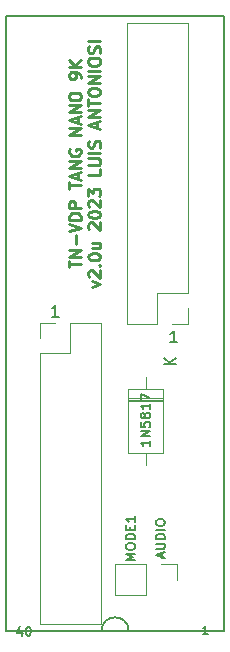
<source format=gbr>
%TF.GenerationSoftware,KiCad,Pcbnew,7.0.1*%
%TF.CreationDate,2023-06-01T10:46:18-07:00*%
%TF.ProjectId,tn_vdp_v2_socket,746e5f76-6470-45f7-9632-5f736f636b65,rev?*%
%TF.SameCoordinates,Original*%
%TF.FileFunction,Legend,Top*%
%TF.FilePolarity,Positive*%
%FSLAX46Y46*%
G04 Gerber Fmt 4.6, Leading zero omitted, Abs format (unit mm)*
G04 Created by KiCad (PCBNEW 7.0.1) date 2023-06-01 10:46:18*
%MOMM*%
%LPD*%
G01*
G04 APERTURE LIST*
%ADD10C,0.150000*%
%ADD11C,0.250000*%
%ADD12C,0.120000*%
G04 APERTURE END LIST*
D10*
X160444100Y-48260000D02*
X178859100Y-48260000D01*
X160444100Y-48260000D02*
X160444100Y-100330000D01*
X160444100Y-100330000D02*
X178859100Y-100330000D01*
X170796362Y-100330000D02*
G75*
G03*
X168506838Y-100330000I-1144762J0D01*
G01*
X178859100Y-48260000D02*
X178859100Y-100330000D01*
D11*
X165757619Y-69559523D02*
X165757619Y-68988095D01*
X166757619Y-69273809D02*
X165757619Y-69273809D01*
X166757619Y-68654761D02*
X165757619Y-68654761D01*
X165757619Y-68654761D02*
X166757619Y-68083333D01*
X166757619Y-68083333D02*
X165757619Y-68083333D01*
X166376666Y-67607142D02*
X166376666Y-66845238D01*
X165757619Y-66511904D02*
X166757619Y-66178571D01*
X166757619Y-66178571D02*
X165757619Y-65845238D01*
X166757619Y-65511904D02*
X165757619Y-65511904D01*
X165757619Y-65511904D02*
X165757619Y-65273809D01*
X165757619Y-65273809D02*
X165805238Y-65130952D01*
X165805238Y-65130952D02*
X165900476Y-65035714D01*
X165900476Y-65035714D02*
X165995714Y-64988095D01*
X165995714Y-64988095D02*
X166186190Y-64940476D01*
X166186190Y-64940476D02*
X166329047Y-64940476D01*
X166329047Y-64940476D02*
X166519523Y-64988095D01*
X166519523Y-64988095D02*
X166614761Y-65035714D01*
X166614761Y-65035714D02*
X166710000Y-65130952D01*
X166710000Y-65130952D02*
X166757619Y-65273809D01*
X166757619Y-65273809D02*
X166757619Y-65511904D01*
X166757619Y-64511904D02*
X165757619Y-64511904D01*
X165757619Y-64511904D02*
X165757619Y-64130952D01*
X165757619Y-64130952D02*
X165805238Y-64035714D01*
X165805238Y-64035714D02*
X165852857Y-63988095D01*
X165852857Y-63988095D02*
X165948095Y-63940476D01*
X165948095Y-63940476D02*
X166090952Y-63940476D01*
X166090952Y-63940476D02*
X166186190Y-63988095D01*
X166186190Y-63988095D02*
X166233809Y-64035714D01*
X166233809Y-64035714D02*
X166281428Y-64130952D01*
X166281428Y-64130952D02*
X166281428Y-64511904D01*
X165757619Y-62892856D02*
X165757619Y-62321428D01*
X166757619Y-62607142D02*
X165757619Y-62607142D01*
X166471904Y-62035713D02*
X166471904Y-61559523D01*
X166757619Y-62130951D02*
X165757619Y-61797618D01*
X165757619Y-61797618D02*
X166757619Y-61464285D01*
X166757619Y-61130951D02*
X165757619Y-61130951D01*
X165757619Y-61130951D02*
X166757619Y-60559523D01*
X166757619Y-60559523D02*
X165757619Y-60559523D01*
X165805238Y-59559523D02*
X165757619Y-59654761D01*
X165757619Y-59654761D02*
X165757619Y-59797618D01*
X165757619Y-59797618D02*
X165805238Y-59940475D01*
X165805238Y-59940475D02*
X165900476Y-60035713D01*
X165900476Y-60035713D02*
X165995714Y-60083332D01*
X165995714Y-60083332D02*
X166186190Y-60130951D01*
X166186190Y-60130951D02*
X166329047Y-60130951D01*
X166329047Y-60130951D02*
X166519523Y-60083332D01*
X166519523Y-60083332D02*
X166614761Y-60035713D01*
X166614761Y-60035713D02*
X166710000Y-59940475D01*
X166710000Y-59940475D02*
X166757619Y-59797618D01*
X166757619Y-59797618D02*
X166757619Y-59702380D01*
X166757619Y-59702380D02*
X166710000Y-59559523D01*
X166710000Y-59559523D02*
X166662380Y-59511904D01*
X166662380Y-59511904D02*
X166329047Y-59511904D01*
X166329047Y-59511904D02*
X166329047Y-59702380D01*
X166757619Y-58321427D02*
X165757619Y-58321427D01*
X165757619Y-58321427D02*
X166757619Y-57749999D01*
X166757619Y-57749999D02*
X165757619Y-57749999D01*
X166471904Y-57321427D02*
X166471904Y-56845237D01*
X166757619Y-57416665D02*
X165757619Y-57083332D01*
X165757619Y-57083332D02*
X166757619Y-56749999D01*
X166757619Y-56416665D02*
X165757619Y-56416665D01*
X165757619Y-56416665D02*
X166757619Y-55845237D01*
X166757619Y-55845237D02*
X165757619Y-55845237D01*
X165757619Y-55178570D02*
X165757619Y-54988094D01*
X165757619Y-54988094D02*
X165805238Y-54892856D01*
X165805238Y-54892856D02*
X165900476Y-54797618D01*
X165900476Y-54797618D02*
X166090952Y-54749999D01*
X166090952Y-54749999D02*
X166424285Y-54749999D01*
X166424285Y-54749999D02*
X166614761Y-54797618D01*
X166614761Y-54797618D02*
X166710000Y-54892856D01*
X166710000Y-54892856D02*
X166757619Y-54988094D01*
X166757619Y-54988094D02*
X166757619Y-55178570D01*
X166757619Y-55178570D02*
X166710000Y-55273808D01*
X166710000Y-55273808D02*
X166614761Y-55369046D01*
X166614761Y-55369046D02*
X166424285Y-55416665D01*
X166424285Y-55416665D02*
X166090952Y-55416665D01*
X166090952Y-55416665D02*
X165900476Y-55369046D01*
X165900476Y-55369046D02*
X165805238Y-55273808D01*
X165805238Y-55273808D02*
X165757619Y-55178570D01*
X166757619Y-53511903D02*
X166757619Y-53321427D01*
X166757619Y-53321427D02*
X166710000Y-53226189D01*
X166710000Y-53226189D02*
X166662380Y-53178570D01*
X166662380Y-53178570D02*
X166519523Y-53083332D01*
X166519523Y-53083332D02*
X166329047Y-53035713D01*
X166329047Y-53035713D02*
X165948095Y-53035713D01*
X165948095Y-53035713D02*
X165852857Y-53083332D01*
X165852857Y-53083332D02*
X165805238Y-53130951D01*
X165805238Y-53130951D02*
X165757619Y-53226189D01*
X165757619Y-53226189D02*
X165757619Y-53416665D01*
X165757619Y-53416665D02*
X165805238Y-53511903D01*
X165805238Y-53511903D02*
X165852857Y-53559522D01*
X165852857Y-53559522D02*
X165948095Y-53607141D01*
X165948095Y-53607141D02*
X166186190Y-53607141D01*
X166186190Y-53607141D02*
X166281428Y-53559522D01*
X166281428Y-53559522D02*
X166329047Y-53511903D01*
X166329047Y-53511903D02*
X166376666Y-53416665D01*
X166376666Y-53416665D02*
X166376666Y-53226189D01*
X166376666Y-53226189D02*
X166329047Y-53130951D01*
X166329047Y-53130951D02*
X166281428Y-53083332D01*
X166281428Y-53083332D02*
X166186190Y-53035713D01*
X166757619Y-52607141D02*
X165757619Y-52607141D01*
X166757619Y-52035713D02*
X166186190Y-52464284D01*
X165757619Y-52035713D02*
X166329047Y-52607141D01*
X167710952Y-71178570D02*
X168377619Y-70940475D01*
X168377619Y-70940475D02*
X167710952Y-70702380D01*
X167472857Y-70369046D02*
X167425238Y-70321427D01*
X167425238Y-70321427D02*
X167377619Y-70226189D01*
X167377619Y-70226189D02*
X167377619Y-69988094D01*
X167377619Y-69988094D02*
X167425238Y-69892856D01*
X167425238Y-69892856D02*
X167472857Y-69845237D01*
X167472857Y-69845237D02*
X167568095Y-69797618D01*
X167568095Y-69797618D02*
X167663333Y-69797618D01*
X167663333Y-69797618D02*
X167806190Y-69845237D01*
X167806190Y-69845237D02*
X168377619Y-70416665D01*
X168377619Y-70416665D02*
X168377619Y-69797618D01*
X168282380Y-69369046D02*
X168330000Y-69321427D01*
X168330000Y-69321427D02*
X168377619Y-69369046D01*
X168377619Y-69369046D02*
X168330000Y-69416665D01*
X168330000Y-69416665D02*
X168282380Y-69369046D01*
X168282380Y-69369046D02*
X168377619Y-69369046D01*
X167377619Y-68702380D02*
X167377619Y-68607142D01*
X167377619Y-68607142D02*
X167425238Y-68511904D01*
X167425238Y-68511904D02*
X167472857Y-68464285D01*
X167472857Y-68464285D02*
X167568095Y-68416666D01*
X167568095Y-68416666D02*
X167758571Y-68369047D01*
X167758571Y-68369047D02*
X167996666Y-68369047D01*
X167996666Y-68369047D02*
X168187142Y-68416666D01*
X168187142Y-68416666D02*
X168282380Y-68464285D01*
X168282380Y-68464285D02*
X168330000Y-68511904D01*
X168330000Y-68511904D02*
X168377619Y-68607142D01*
X168377619Y-68607142D02*
X168377619Y-68702380D01*
X168377619Y-68702380D02*
X168330000Y-68797618D01*
X168330000Y-68797618D02*
X168282380Y-68845237D01*
X168282380Y-68845237D02*
X168187142Y-68892856D01*
X168187142Y-68892856D02*
X167996666Y-68940475D01*
X167996666Y-68940475D02*
X167758571Y-68940475D01*
X167758571Y-68940475D02*
X167568095Y-68892856D01*
X167568095Y-68892856D02*
X167472857Y-68845237D01*
X167472857Y-68845237D02*
X167425238Y-68797618D01*
X167425238Y-68797618D02*
X167377619Y-68702380D01*
X167710952Y-67511904D02*
X168377619Y-67511904D01*
X167710952Y-67940475D02*
X168234761Y-67940475D01*
X168234761Y-67940475D02*
X168330000Y-67892856D01*
X168330000Y-67892856D02*
X168377619Y-67797618D01*
X168377619Y-67797618D02*
X168377619Y-67654761D01*
X168377619Y-67654761D02*
X168330000Y-67559523D01*
X168330000Y-67559523D02*
X168282380Y-67511904D01*
X167472857Y-66321427D02*
X167425238Y-66273808D01*
X167425238Y-66273808D02*
X167377619Y-66178570D01*
X167377619Y-66178570D02*
X167377619Y-65940475D01*
X167377619Y-65940475D02*
X167425238Y-65845237D01*
X167425238Y-65845237D02*
X167472857Y-65797618D01*
X167472857Y-65797618D02*
X167568095Y-65749999D01*
X167568095Y-65749999D02*
X167663333Y-65749999D01*
X167663333Y-65749999D02*
X167806190Y-65797618D01*
X167806190Y-65797618D02*
X168377619Y-66369046D01*
X168377619Y-66369046D02*
X168377619Y-65749999D01*
X167377619Y-65130951D02*
X167377619Y-65035713D01*
X167377619Y-65035713D02*
X167425238Y-64940475D01*
X167425238Y-64940475D02*
X167472857Y-64892856D01*
X167472857Y-64892856D02*
X167568095Y-64845237D01*
X167568095Y-64845237D02*
X167758571Y-64797618D01*
X167758571Y-64797618D02*
X167996666Y-64797618D01*
X167996666Y-64797618D02*
X168187142Y-64845237D01*
X168187142Y-64845237D02*
X168282380Y-64892856D01*
X168282380Y-64892856D02*
X168330000Y-64940475D01*
X168330000Y-64940475D02*
X168377619Y-65035713D01*
X168377619Y-65035713D02*
X168377619Y-65130951D01*
X168377619Y-65130951D02*
X168330000Y-65226189D01*
X168330000Y-65226189D02*
X168282380Y-65273808D01*
X168282380Y-65273808D02*
X168187142Y-65321427D01*
X168187142Y-65321427D02*
X167996666Y-65369046D01*
X167996666Y-65369046D02*
X167758571Y-65369046D01*
X167758571Y-65369046D02*
X167568095Y-65321427D01*
X167568095Y-65321427D02*
X167472857Y-65273808D01*
X167472857Y-65273808D02*
X167425238Y-65226189D01*
X167425238Y-65226189D02*
X167377619Y-65130951D01*
X167472857Y-64416665D02*
X167425238Y-64369046D01*
X167425238Y-64369046D02*
X167377619Y-64273808D01*
X167377619Y-64273808D02*
X167377619Y-64035713D01*
X167377619Y-64035713D02*
X167425238Y-63940475D01*
X167425238Y-63940475D02*
X167472857Y-63892856D01*
X167472857Y-63892856D02*
X167568095Y-63845237D01*
X167568095Y-63845237D02*
X167663333Y-63845237D01*
X167663333Y-63845237D02*
X167806190Y-63892856D01*
X167806190Y-63892856D02*
X168377619Y-64464284D01*
X168377619Y-64464284D02*
X168377619Y-63845237D01*
X167377619Y-63511903D02*
X167377619Y-62892856D01*
X167377619Y-62892856D02*
X167758571Y-63226189D01*
X167758571Y-63226189D02*
X167758571Y-63083332D01*
X167758571Y-63083332D02*
X167806190Y-62988094D01*
X167806190Y-62988094D02*
X167853809Y-62940475D01*
X167853809Y-62940475D02*
X167949047Y-62892856D01*
X167949047Y-62892856D02*
X168187142Y-62892856D01*
X168187142Y-62892856D02*
X168282380Y-62940475D01*
X168282380Y-62940475D02*
X168330000Y-62988094D01*
X168330000Y-62988094D02*
X168377619Y-63083332D01*
X168377619Y-63083332D02*
X168377619Y-63369046D01*
X168377619Y-63369046D02*
X168330000Y-63464284D01*
X168330000Y-63464284D02*
X168282380Y-63511903D01*
X168377619Y-61226189D02*
X168377619Y-61702379D01*
X168377619Y-61702379D02*
X167377619Y-61702379D01*
X167377619Y-60892855D02*
X168187142Y-60892855D01*
X168187142Y-60892855D02*
X168282380Y-60845236D01*
X168282380Y-60845236D02*
X168330000Y-60797617D01*
X168330000Y-60797617D02*
X168377619Y-60702379D01*
X168377619Y-60702379D02*
X168377619Y-60511903D01*
X168377619Y-60511903D02*
X168330000Y-60416665D01*
X168330000Y-60416665D02*
X168282380Y-60369046D01*
X168282380Y-60369046D02*
X168187142Y-60321427D01*
X168187142Y-60321427D02*
X167377619Y-60321427D01*
X168377619Y-59845236D02*
X167377619Y-59845236D01*
X168330000Y-59416665D02*
X168377619Y-59273808D01*
X168377619Y-59273808D02*
X168377619Y-59035713D01*
X168377619Y-59035713D02*
X168330000Y-58940475D01*
X168330000Y-58940475D02*
X168282380Y-58892856D01*
X168282380Y-58892856D02*
X168187142Y-58845237D01*
X168187142Y-58845237D02*
X168091904Y-58845237D01*
X168091904Y-58845237D02*
X167996666Y-58892856D01*
X167996666Y-58892856D02*
X167949047Y-58940475D01*
X167949047Y-58940475D02*
X167901428Y-59035713D01*
X167901428Y-59035713D02*
X167853809Y-59226189D01*
X167853809Y-59226189D02*
X167806190Y-59321427D01*
X167806190Y-59321427D02*
X167758571Y-59369046D01*
X167758571Y-59369046D02*
X167663333Y-59416665D01*
X167663333Y-59416665D02*
X167568095Y-59416665D01*
X167568095Y-59416665D02*
X167472857Y-59369046D01*
X167472857Y-59369046D02*
X167425238Y-59321427D01*
X167425238Y-59321427D02*
X167377619Y-59226189D01*
X167377619Y-59226189D02*
X167377619Y-58988094D01*
X167377619Y-58988094D02*
X167425238Y-58845237D01*
X168091904Y-57702379D02*
X168091904Y-57226189D01*
X168377619Y-57797617D02*
X167377619Y-57464284D01*
X167377619Y-57464284D02*
X168377619Y-57130951D01*
X168377619Y-56797617D02*
X167377619Y-56797617D01*
X167377619Y-56797617D02*
X168377619Y-56226189D01*
X168377619Y-56226189D02*
X167377619Y-56226189D01*
X167377619Y-55892855D02*
X167377619Y-55321427D01*
X168377619Y-55607141D02*
X167377619Y-55607141D01*
X167377619Y-54797617D02*
X167377619Y-54607141D01*
X167377619Y-54607141D02*
X167425238Y-54511903D01*
X167425238Y-54511903D02*
X167520476Y-54416665D01*
X167520476Y-54416665D02*
X167710952Y-54369046D01*
X167710952Y-54369046D02*
X168044285Y-54369046D01*
X168044285Y-54369046D02*
X168234761Y-54416665D01*
X168234761Y-54416665D02*
X168330000Y-54511903D01*
X168330000Y-54511903D02*
X168377619Y-54607141D01*
X168377619Y-54607141D02*
X168377619Y-54797617D01*
X168377619Y-54797617D02*
X168330000Y-54892855D01*
X168330000Y-54892855D02*
X168234761Y-54988093D01*
X168234761Y-54988093D02*
X168044285Y-55035712D01*
X168044285Y-55035712D02*
X167710952Y-55035712D01*
X167710952Y-55035712D02*
X167520476Y-54988093D01*
X167520476Y-54988093D02*
X167425238Y-54892855D01*
X167425238Y-54892855D02*
X167377619Y-54797617D01*
X168377619Y-53940474D02*
X167377619Y-53940474D01*
X167377619Y-53940474D02*
X168377619Y-53369046D01*
X168377619Y-53369046D02*
X167377619Y-53369046D01*
X168377619Y-52892855D02*
X167377619Y-52892855D01*
X167377619Y-52226189D02*
X167377619Y-52035713D01*
X167377619Y-52035713D02*
X167425238Y-51940475D01*
X167425238Y-51940475D02*
X167520476Y-51845237D01*
X167520476Y-51845237D02*
X167710952Y-51797618D01*
X167710952Y-51797618D02*
X168044285Y-51797618D01*
X168044285Y-51797618D02*
X168234761Y-51845237D01*
X168234761Y-51845237D02*
X168330000Y-51940475D01*
X168330000Y-51940475D02*
X168377619Y-52035713D01*
X168377619Y-52035713D02*
X168377619Y-52226189D01*
X168377619Y-52226189D02*
X168330000Y-52321427D01*
X168330000Y-52321427D02*
X168234761Y-52416665D01*
X168234761Y-52416665D02*
X168044285Y-52464284D01*
X168044285Y-52464284D02*
X167710952Y-52464284D01*
X167710952Y-52464284D02*
X167520476Y-52416665D01*
X167520476Y-52416665D02*
X167425238Y-52321427D01*
X167425238Y-52321427D02*
X167377619Y-52226189D01*
X168330000Y-51416665D02*
X168377619Y-51273808D01*
X168377619Y-51273808D02*
X168377619Y-51035713D01*
X168377619Y-51035713D02*
X168330000Y-50940475D01*
X168330000Y-50940475D02*
X168282380Y-50892856D01*
X168282380Y-50892856D02*
X168187142Y-50845237D01*
X168187142Y-50845237D02*
X168091904Y-50845237D01*
X168091904Y-50845237D02*
X167996666Y-50892856D01*
X167996666Y-50892856D02*
X167949047Y-50940475D01*
X167949047Y-50940475D02*
X167901428Y-51035713D01*
X167901428Y-51035713D02*
X167853809Y-51226189D01*
X167853809Y-51226189D02*
X167806190Y-51321427D01*
X167806190Y-51321427D02*
X167758571Y-51369046D01*
X167758571Y-51369046D02*
X167663333Y-51416665D01*
X167663333Y-51416665D02*
X167568095Y-51416665D01*
X167568095Y-51416665D02*
X167472857Y-51369046D01*
X167472857Y-51369046D02*
X167425238Y-51321427D01*
X167425238Y-51321427D02*
X167377619Y-51226189D01*
X167377619Y-51226189D02*
X167377619Y-50988094D01*
X167377619Y-50988094D02*
X167425238Y-50845237D01*
X168377619Y-50416665D02*
X167377619Y-50416665D01*
D10*
%TO.C,D1*%
X174812619Y-77761904D02*
X173812619Y-77761904D01*
X174812619Y-77190476D02*
X174241190Y-77619047D01*
X173812619Y-77190476D02*
X174384047Y-77761904D01*
X172620095Y-84214286D02*
X172620095Y-84671429D01*
X172620095Y-84442857D02*
X171820095Y-84442857D01*
X171820095Y-84442857D02*
X171934380Y-84519048D01*
X171934380Y-84519048D02*
X172010571Y-84595238D01*
X172010571Y-84595238D02*
X172048666Y-84671429D01*
X172620095Y-83871428D02*
X171820095Y-83871428D01*
X171820095Y-83871428D02*
X172620095Y-83414285D01*
X172620095Y-83414285D02*
X171820095Y-83414285D01*
X171820095Y-82652381D02*
X171820095Y-83033333D01*
X171820095Y-83033333D02*
X172201047Y-83071429D01*
X172201047Y-83071429D02*
X172162952Y-83033333D01*
X172162952Y-83033333D02*
X172124857Y-82957143D01*
X172124857Y-82957143D02*
X172124857Y-82766667D01*
X172124857Y-82766667D02*
X172162952Y-82690476D01*
X172162952Y-82690476D02*
X172201047Y-82652381D01*
X172201047Y-82652381D02*
X172277238Y-82614286D01*
X172277238Y-82614286D02*
X172467714Y-82614286D01*
X172467714Y-82614286D02*
X172543904Y-82652381D01*
X172543904Y-82652381D02*
X172582000Y-82690476D01*
X172582000Y-82690476D02*
X172620095Y-82766667D01*
X172620095Y-82766667D02*
X172620095Y-82957143D01*
X172620095Y-82957143D02*
X172582000Y-83033333D01*
X172582000Y-83033333D02*
X172543904Y-83071429D01*
X172162952Y-82157143D02*
X172124857Y-82233333D01*
X172124857Y-82233333D02*
X172086761Y-82271428D01*
X172086761Y-82271428D02*
X172010571Y-82309524D01*
X172010571Y-82309524D02*
X171972476Y-82309524D01*
X171972476Y-82309524D02*
X171896285Y-82271428D01*
X171896285Y-82271428D02*
X171858190Y-82233333D01*
X171858190Y-82233333D02*
X171820095Y-82157143D01*
X171820095Y-82157143D02*
X171820095Y-82004762D01*
X171820095Y-82004762D02*
X171858190Y-81928571D01*
X171858190Y-81928571D02*
X171896285Y-81890476D01*
X171896285Y-81890476D02*
X171972476Y-81852381D01*
X171972476Y-81852381D02*
X172010571Y-81852381D01*
X172010571Y-81852381D02*
X172086761Y-81890476D01*
X172086761Y-81890476D02*
X172124857Y-81928571D01*
X172124857Y-81928571D02*
X172162952Y-82004762D01*
X172162952Y-82004762D02*
X172162952Y-82157143D01*
X172162952Y-82157143D02*
X172201047Y-82233333D01*
X172201047Y-82233333D02*
X172239142Y-82271428D01*
X172239142Y-82271428D02*
X172315333Y-82309524D01*
X172315333Y-82309524D02*
X172467714Y-82309524D01*
X172467714Y-82309524D02*
X172543904Y-82271428D01*
X172543904Y-82271428D02*
X172582000Y-82233333D01*
X172582000Y-82233333D02*
X172620095Y-82157143D01*
X172620095Y-82157143D02*
X172620095Y-82004762D01*
X172620095Y-82004762D02*
X172582000Y-81928571D01*
X172582000Y-81928571D02*
X172543904Y-81890476D01*
X172543904Y-81890476D02*
X172467714Y-81852381D01*
X172467714Y-81852381D02*
X172315333Y-81852381D01*
X172315333Y-81852381D02*
X172239142Y-81890476D01*
X172239142Y-81890476D02*
X172201047Y-81928571D01*
X172201047Y-81928571D02*
X172162952Y-82004762D01*
X172620095Y-81090476D02*
X172620095Y-81547619D01*
X172620095Y-81319047D02*
X171820095Y-81319047D01*
X171820095Y-81319047D02*
X171934380Y-81395238D01*
X171934380Y-81395238D02*
X172010571Y-81471428D01*
X172010571Y-81471428D02*
X172048666Y-81547619D01*
X171820095Y-80823809D02*
X171820095Y-80290475D01*
X171820095Y-80290475D02*
X172620095Y-80633333D01*
%TO.C,J3*%
X164877714Y-73741619D02*
X164306286Y-73741619D01*
X164592000Y-73741619D02*
X164592000Y-72741619D01*
X164592000Y-72741619D02*
X164496762Y-72884476D01*
X164496762Y-72884476D02*
X164401524Y-72979714D01*
X164401524Y-72979714D02*
X164306286Y-73027333D01*
%TO.C,J5*%
X173641523Y-94119047D02*
X173641523Y-93738094D01*
X173870095Y-94195237D02*
X173070095Y-93928570D01*
X173070095Y-93928570D02*
X173870095Y-93661904D01*
X173070095Y-93395237D02*
X173717714Y-93395237D01*
X173717714Y-93395237D02*
X173793904Y-93357142D01*
X173793904Y-93357142D02*
X173832000Y-93319047D01*
X173832000Y-93319047D02*
X173870095Y-93242856D01*
X173870095Y-93242856D02*
X173870095Y-93090475D01*
X173870095Y-93090475D02*
X173832000Y-93014285D01*
X173832000Y-93014285D02*
X173793904Y-92976190D01*
X173793904Y-92976190D02*
X173717714Y-92938094D01*
X173717714Y-92938094D02*
X173070095Y-92938094D01*
X173870095Y-92557142D02*
X173070095Y-92557142D01*
X173070095Y-92557142D02*
X173070095Y-92366666D01*
X173070095Y-92366666D02*
X173108190Y-92252380D01*
X173108190Y-92252380D02*
X173184380Y-92176190D01*
X173184380Y-92176190D02*
X173260571Y-92138095D01*
X173260571Y-92138095D02*
X173412952Y-92099999D01*
X173412952Y-92099999D02*
X173527238Y-92099999D01*
X173527238Y-92099999D02*
X173679619Y-92138095D01*
X173679619Y-92138095D02*
X173755809Y-92176190D01*
X173755809Y-92176190D02*
X173832000Y-92252380D01*
X173832000Y-92252380D02*
X173870095Y-92366666D01*
X173870095Y-92366666D02*
X173870095Y-92557142D01*
X173870095Y-91757142D02*
X173070095Y-91757142D01*
X173070095Y-91223809D02*
X173070095Y-91071428D01*
X173070095Y-91071428D02*
X173108190Y-90995238D01*
X173108190Y-90995238D02*
X173184380Y-90919047D01*
X173184380Y-90919047D02*
X173336761Y-90880952D01*
X173336761Y-90880952D02*
X173603428Y-90880952D01*
X173603428Y-90880952D02*
X173755809Y-90919047D01*
X173755809Y-90919047D02*
X173832000Y-90995238D01*
X173832000Y-90995238D02*
X173870095Y-91071428D01*
X173870095Y-91071428D02*
X173870095Y-91223809D01*
X173870095Y-91223809D02*
X173832000Y-91300000D01*
X173832000Y-91300000D02*
X173755809Y-91376190D01*
X173755809Y-91376190D02*
X173603428Y-91414286D01*
X173603428Y-91414286D02*
X173336761Y-91414286D01*
X173336761Y-91414286D02*
X173184380Y-91376190D01*
X173184380Y-91376190D02*
X173108190Y-91300000D01*
X173108190Y-91300000D02*
X173070095Y-91223809D01*
X171370095Y-94328571D02*
X170570095Y-94328571D01*
X170570095Y-94328571D02*
X171141523Y-94061905D01*
X171141523Y-94061905D02*
X170570095Y-93795238D01*
X170570095Y-93795238D02*
X171370095Y-93795238D01*
X170570095Y-93261904D02*
X170570095Y-93109523D01*
X170570095Y-93109523D02*
X170608190Y-93033333D01*
X170608190Y-93033333D02*
X170684380Y-92957142D01*
X170684380Y-92957142D02*
X170836761Y-92919047D01*
X170836761Y-92919047D02*
X171103428Y-92919047D01*
X171103428Y-92919047D02*
X171255809Y-92957142D01*
X171255809Y-92957142D02*
X171332000Y-93033333D01*
X171332000Y-93033333D02*
X171370095Y-93109523D01*
X171370095Y-93109523D02*
X171370095Y-93261904D01*
X171370095Y-93261904D02*
X171332000Y-93338095D01*
X171332000Y-93338095D02*
X171255809Y-93414285D01*
X171255809Y-93414285D02*
X171103428Y-93452381D01*
X171103428Y-93452381D02*
X170836761Y-93452381D01*
X170836761Y-93452381D02*
X170684380Y-93414285D01*
X170684380Y-93414285D02*
X170608190Y-93338095D01*
X170608190Y-93338095D02*
X170570095Y-93261904D01*
X171370095Y-92576190D02*
X170570095Y-92576190D01*
X170570095Y-92576190D02*
X170570095Y-92385714D01*
X170570095Y-92385714D02*
X170608190Y-92271428D01*
X170608190Y-92271428D02*
X170684380Y-92195238D01*
X170684380Y-92195238D02*
X170760571Y-92157143D01*
X170760571Y-92157143D02*
X170912952Y-92119047D01*
X170912952Y-92119047D02*
X171027238Y-92119047D01*
X171027238Y-92119047D02*
X171179619Y-92157143D01*
X171179619Y-92157143D02*
X171255809Y-92195238D01*
X171255809Y-92195238D02*
X171332000Y-92271428D01*
X171332000Y-92271428D02*
X171370095Y-92385714D01*
X171370095Y-92385714D02*
X171370095Y-92576190D01*
X170951047Y-91776190D02*
X170951047Y-91509524D01*
X171370095Y-91395238D02*
X171370095Y-91776190D01*
X171370095Y-91776190D02*
X170570095Y-91776190D01*
X170570095Y-91776190D02*
X170570095Y-91395238D01*
X171370095Y-90633333D02*
X171370095Y-91090476D01*
X171370095Y-90861904D02*
X170570095Y-90861904D01*
X170570095Y-90861904D02*
X170684380Y-90938095D01*
X170684380Y-90938095D02*
X170760571Y-91014285D01*
X170760571Y-91014285D02*
X170798666Y-91090476D01*
%TO.C,J4*%
X174910714Y-75900619D02*
X174339286Y-75900619D01*
X174625000Y-75900619D02*
X174625000Y-74900619D01*
X174625000Y-74900619D02*
X174529762Y-75043476D01*
X174529762Y-75043476D02*
X174434524Y-75138714D01*
X174434524Y-75138714D02*
X174339286Y-75186333D01*
%TO.C,J2*%
X177506285Y-100626164D02*
X177077714Y-100626164D01*
X177291999Y-100626164D02*
X177291999Y-99876164D01*
X177291999Y-99876164D02*
X177220571Y-99983307D01*
X177220571Y-99983307D02*
X177149142Y-100054735D01*
X177149142Y-100054735D02*
X177077714Y-100090450D01*
X161736114Y-100227764D02*
X161736114Y-100727764D01*
X161557542Y-99942050D02*
X161378971Y-100477764D01*
X161378971Y-100477764D02*
X161843256Y-100477764D01*
X162271828Y-99977764D02*
X162343257Y-99977764D01*
X162343257Y-99977764D02*
X162414685Y-100013478D01*
X162414685Y-100013478D02*
X162450400Y-100049192D01*
X162450400Y-100049192D02*
X162486114Y-100120621D01*
X162486114Y-100120621D02*
X162521828Y-100263478D01*
X162521828Y-100263478D02*
X162521828Y-100442050D01*
X162521828Y-100442050D02*
X162486114Y-100584907D01*
X162486114Y-100584907D02*
X162450400Y-100656335D01*
X162450400Y-100656335D02*
X162414685Y-100692050D01*
X162414685Y-100692050D02*
X162343257Y-100727764D01*
X162343257Y-100727764D02*
X162271828Y-100727764D01*
X162271828Y-100727764D02*
X162200400Y-100692050D01*
X162200400Y-100692050D02*
X162164685Y-100656335D01*
X162164685Y-100656335D02*
X162128971Y-100584907D01*
X162128971Y-100584907D02*
X162093257Y-100442050D01*
X162093257Y-100442050D02*
X162093257Y-100263478D01*
X162093257Y-100263478D02*
X162128971Y-100120621D01*
X162128971Y-100120621D02*
X162164685Y-100049192D01*
X162164685Y-100049192D02*
X162200400Y-100013478D01*
X162200400Y-100013478D02*
X162271828Y-99977764D01*
D12*
%TO.C,D1*%
X172250000Y-78840000D02*
X172250000Y-79860000D01*
X173720000Y-79860000D02*
X170780000Y-79860000D01*
X170780000Y-79860000D02*
X170780000Y-85300000D01*
X173720000Y-80640000D02*
X170780000Y-80640000D01*
X173720000Y-80760000D02*
X170780000Y-80760000D01*
X173720000Y-80880000D02*
X170780000Y-80880000D01*
X173720000Y-85300000D02*
X173720000Y-79860000D01*
X170780000Y-85300000D02*
X173720000Y-85300000D01*
X172250000Y-86320000D02*
X172250000Y-85300000D01*
%TO.C,J3*%
X163262000Y-74235000D02*
X164592000Y-74235000D01*
X163262000Y-75565000D02*
X163262000Y-74235000D01*
X163262000Y-76835000D02*
X163262000Y-99755000D01*
X163262000Y-76835000D02*
X165862000Y-76835000D01*
X163262000Y-99755000D02*
X168462000Y-99755000D01*
X165862000Y-74235000D02*
X168462000Y-74235000D01*
X165862000Y-76835000D02*
X165862000Y-74235000D01*
X168462000Y-74235000D02*
X168462000Y-99755000D01*
%TO.C,J5*%
X174855000Y-94670000D02*
X174855000Y-96000000D01*
X173525000Y-94670000D02*
X174855000Y-94670000D01*
X172255000Y-94670000D02*
X169655000Y-94670000D01*
X172255000Y-94670000D02*
X172255000Y-97330000D01*
X169655000Y-94670000D02*
X169655000Y-97330000D01*
X172255000Y-97330000D02*
X169655000Y-97330000D01*
%TO.C,J4*%
X175828000Y-74355000D02*
X174498000Y-74355000D01*
X175828000Y-73025000D02*
X175828000Y-74355000D01*
X175828000Y-71755000D02*
X175828000Y-48835000D01*
X175828000Y-71755000D02*
X173228000Y-71755000D01*
X175828000Y-48835000D02*
X170628000Y-48835000D01*
X173228000Y-74355000D02*
X170628000Y-74355000D01*
X173228000Y-71755000D02*
X173228000Y-74355000D01*
X170628000Y-74355000D02*
X170628000Y-48835000D01*
%TD*%
M02*

</source>
